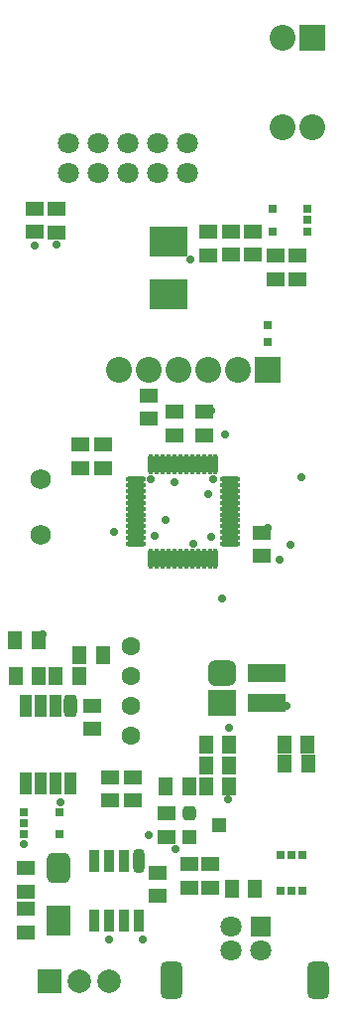
<source format=gts>
G04*
G04 #@! TF.GenerationSoftware,Altium Limited,Altium Designer,19.1.5 (86)*
G04*
G04 Layer_Color=8388736*
%FSLAX44Y44*%
%MOMM*%
G71*
G01*
G75*
%ADD38R,1.5032X1.2032*%
%ADD39R,0.8032X0.8032*%
%ADD40R,3.2032X2.6032*%
%ADD41R,0.7032X0.7032*%
%ADD42R,3.2032X1.6032*%
%ADD43R,1.2032X1.5032*%
%ADD44O,0.4532X1.7532*%
%ADD45O,1.7532X0.4532*%
%ADD46R,1.1032X1.9032*%
G04:AMPARAMS|DCode=47|XSize=1.1032mm|YSize=1.9032mm|CornerRadius=0.3266mm|HoleSize=0mm|Usage=FLASHONLY|Rotation=180.000|XOffset=0mm|YOffset=0mm|HoleType=Round|Shape=RoundedRectangle|*
%AMROUNDEDRECTD47*
21,1,1.1032,1.2500,0,0,180.0*
21,1,0.4500,1.9032,0,0,180.0*
1,1,0.6532,-0.2250,0.6250*
1,1,0.6532,0.2250,0.6250*
1,1,0.6532,0.2250,-0.6250*
1,1,0.6532,-0.2250,-0.6250*
%
%ADD47ROUNDEDRECTD47*%
%ADD48R,2.0032X2.6032*%
G04:AMPARAMS|DCode=49|XSize=2.0032mm|YSize=2.6032mm|CornerRadius=0.5516mm|HoleSize=0mm|Usage=FLASHONLY|Rotation=180.000|XOffset=0mm|YOffset=0mm|HoleType=Round|Shape=RoundedRectangle|*
%AMROUNDEDRECTD49*
21,1,2.0032,1.5000,0,0,180.0*
21,1,0.9000,2.6032,0,0,180.0*
1,1,1.1032,-0.4500,0.7500*
1,1,1.1032,0.4500,0.7500*
1,1,1.1032,0.4500,-0.7500*
1,1,1.1032,-0.4500,-0.7500*
%
%ADD49ROUNDEDRECTD49*%
%ADD50R,0.9332X1.9832*%
G04:AMPARAMS|DCode=51|XSize=0.9332mm|YSize=1.9832mm|CornerRadius=0.2841mm|HoleSize=0mm|Usage=FLASHONLY|Rotation=180.000|XOffset=0mm|YOffset=0mm|HoleType=Round|Shape=RoundedRectangle|*
%AMROUNDEDRECTD51*
21,1,0.9332,1.4150,0,0,180.0*
21,1,0.3650,1.9832,0,0,180.0*
1,1,0.5682,-0.1825,0.7075*
1,1,0.5682,0.1825,0.7075*
1,1,0.5682,0.1825,-0.7075*
1,1,0.5682,-0.1825,-0.7075*
%
%ADD51ROUNDEDRECTD51*%
%ADD52R,1.2032X1.2032*%
G04:AMPARAMS|DCode=53|XSize=1.2032mm|YSize=1.2032mm|CornerRadius=0.3516mm|HoleSize=0mm|Usage=FLASHONLY|Rotation=0.000|XOffset=0mm|YOffset=0mm|HoleType=Round|Shape=RoundedRectangle|*
%AMROUNDEDRECTD53*
21,1,1.2032,0.5000,0,0,0.0*
21,1,0.5000,1.2032,0,0,0.0*
1,1,0.7032,0.2500,-0.2500*
1,1,0.7032,-0.2500,-0.2500*
1,1,0.7032,-0.2500,0.2500*
1,1,0.7032,0.2500,0.2500*
%
%ADD53ROUNDEDRECTD53*%
%ADD54R,0.8032X0.8032*%
G04:AMPARAMS|DCode=55|XSize=2.2032mm|YSize=2.4032mm|CornerRadius=0.6016mm|HoleSize=0mm|Usage=FLASHONLY|Rotation=270.000|XOffset=0mm|YOffset=0mm|HoleType=Round|Shape=RoundedRectangle|*
%AMROUNDEDRECTD55*
21,1,2.2032,1.2000,0,0,270.0*
21,1,1.0000,2.4032,0,0,270.0*
1,1,1.2032,-0.6000,-0.5000*
1,1,1.2032,-0.6000,0.5000*
1,1,1.2032,0.6000,0.5000*
1,1,1.2032,0.6000,-0.5000*
%
%ADD55ROUNDEDRECTD55*%
%ADD56R,2.4032X2.2032*%
%ADD57C,1.8032*%
%ADD58C,2.2032*%
%ADD59R,2.2032X2.2032*%
%ADD60C,1.7272*%
%ADD61C,1.6032*%
%ADD62C,2.0032*%
%ADD63R,2.0032X2.0032*%
%ADD64R,1.8032X1.8032*%
G04:AMPARAMS|DCode=65|XSize=1.9032mm|YSize=3.2032mm|CornerRadius=0.5266mm|HoleSize=0mm|Usage=FLASHONLY|Rotation=0.000|XOffset=0mm|YOffset=0mm|HoleType=Round|Shape=RoundedRectangle|*
%AMROUNDEDRECTD65*
21,1,1.9032,2.1500,0,0,0.0*
21,1,0.8500,3.2032,0,0,0.0*
1,1,1.0532,0.4250,-1.0750*
1,1,1.0532,-0.4250,-1.0750*
1,1,1.0532,-0.4250,1.0750*
1,1,1.0532,0.4250,1.0750*
%
%ADD65ROUNDEDRECTD65*%
%ADD66C,0.7032*%
D38*
X1188720Y895350D02*
D03*
Y875350D02*
D03*
X1169670Y895825D02*
D03*
Y875825D02*
D03*
X1356360Y876300D02*
D03*
Y856300D02*
D03*
X1337275D02*
D03*
Y876300D02*
D03*
X1318260Y875980D02*
D03*
Y855980D02*
D03*
X1375410Y835660D02*
D03*
Y855660D02*
D03*
X1394460Y835660D02*
D03*
Y855660D02*
D03*
X1289050Y702310D02*
D03*
Y722310D02*
D03*
X1314450Y722310D02*
D03*
Y702310D02*
D03*
X1363980Y599760D02*
D03*
Y619760D02*
D03*
X1267460Y736600D02*
D03*
Y716600D02*
D03*
X1209040Y674370D02*
D03*
Y694370D02*
D03*
X1228090Y674370D02*
D03*
Y694370D02*
D03*
X1219200Y472440D02*
D03*
Y452440D02*
D03*
X1253490Y391480D02*
D03*
Y411480D02*
D03*
X1234440D02*
D03*
Y391480D02*
D03*
X1275080Y310200D02*
D03*
Y330200D02*
D03*
X1162050Y314010D02*
D03*
Y334010D02*
D03*
Y279400D02*
D03*
Y299400D02*
D03*
X1282700Y380730D02*
D03*
Y360730D02*
D03*
X1319530Y317230D02*
D03*
Y337230D02*
D03*
X1301750Y317230D02*
D03*
Y337230D02*
D03*
D39*
X1372870Y895300D02*
D03*
Y876300D02*
D03*
X1402870Y885800D02*
D03*
Y876300D02*
D03*
Y895300D02*
D03*
X1160780Y362610D02*
D03*
Y381610D02*
D03*
Y372110D02*
D03*
X1190780Y381610D02*
D03*
Y362610D02*
D03*
D40*
X1283970Y867410D02*
D03*
X1283971Y822409D02*
D03*
D41*
X1369060Y796290D02*
D03*
Y782290D02*
D03*
D42*
X1367790Y474980D02*
D03*
Y500230D02*
D03*
D43*
X1173160Y528320D02*
D03*
X1153160D02*
D03*
X1153480Y497840D02*
D03*
X1173480D02*
D03*
X1207770D02*
D03*
X1187770D02*
D03*
X1227770Y515620D02*
D03*
X1207770D02*
D03*
X1382776Y439420D02*
D03*
X1402776D02*
D03*
X1336040D02*
D03*
X1316040D02*
D03*
X1403030Y422656D02*
D03*
X1383030D02*
D03*
X1316040Y421640D02*
D03*
X1336040D02*
D03*
Y403590D02*
D03*
X1316040D02*
D03*
X1301430D02*
D03*
X1281430D02*
D03*
X1337818Y316548D02*
D03*
X1357818D02*
D03*
D44*
X1269170Y677790D02*
D03*
X1274170D02*
D03*
X1279170D02*
D03*
X1284170D02*
D03*
X1289170D02*
D03*
X1294170D02*
D03*
X1299170D02*
D03*
X1304170D02*
D03*
X1309170D02*
D03*
X1314170D02*
D03*
X1319170D02*
D03*
X1324170D02*
D03*
Y597290D02*
D03*
X1319170Y597290D02*
D03*
X1314170D02*
D03*
X1309170D02*
D03*
X1304170D02*
D03*
X1299170D02*
D03*
X1294170Y597290D02*
D03*
X1289170D02*
D03*
X1284170D02*
D03*
X1279170Y597290D02*
D03*
X1274170D02*
D03*
X1269170D02*
D03*
D45*
X1336920Y665040D02*
D03*
Y660040D02*
D03*
Y655040D02*
D03*
Y650040D02*
D03*
Y645040D02*
D03*
Y640040D02*
D03*
Y635040D02*
D03*
Y630040D02*
D03*
Y625040D02*
D03*
Y620040D02*
D03*
X1336920Y615040D02*
D03*
X1336920Y610040D02*
D03*
X1256420D02*
D03*
X1256420Y615040D02*
D03*
Y620040D02*
D03*
Y625040D02*
D03*
X1256420Y630040D02*
D03*
Y635040D02*
D03*
X1256420Y640040D02*
D03*
Y645040D02*
D03*
Y650040D02*
D03*
Y655040D02*
D03*
Y660040D02*
D03*
X1256420Y665040D02*
D03*
D46*
X1200150Y406400D02*
D03*
X1174750D02*
D03*
Y472440D02*
D03*
X1187450Y406400D02*
D03*
Y472440D02*
D03*
X1162050D02*
D03*
Y406400D02*
D03*
D47*
X1200150Y472440D02*
D03*
D48*
X1189991Y289009D02*
D03*
D49*
X1189990Y334010D02*
D03*
D50*
X1258570Y289560D02*
D03*
X1245870D02*
D03*
X1220470D02*
D03*
X1233170D02*
D03*
Y340360D02*
D03*
X1220470D02*
D03*
X1245870D02*
D03*
D51*
X1258570D02*
D03*
D52*
X1327150Y370570D02*
D03*
X1301650Y360570D02*
D03*
D53*
Y380570D02*
D03*
D54*
X1398528Y344956D02*
D03*
X1379528D02*
D03*
X1389028Y314956D02*
D03*
X1379528D02*
D03*
X1398528D02*
D03*
X1389028Y344956D02*
D03*
D55*
X1329690Y500380D02*
D03*
D56*
Y474380D02*
D03*
D57*
X1300480Y951230D02*
D03*
Y925830D02*
D03*
X1275080Y951230D02*
D03*
Y925830D02*
D03*
X1198880D02*
D03*
Y951230D02*
D03*
X1224280Y925830D02*
D03*
Y951230D02*
D03*
X1249680Y925830D02*
D03*
Y951230D02*
D03*
X1337310Y284210D02*
D03*
X1362710Y263890D02*
D03*
X1337310D02*
D03*
D58*
X1381760Y965200D02*
D03*
X1407160D02*
D03*
X1381760Y1041400D02*
D03*
X1242060Y758190D02*
D03*
X1267460D02*
D03*
X1292860D02*
D03*
X1318260D02*
D03*
X1343660D02*
D03*
D59*
X1407160Y1041400D02*
D03*
X1369060Y758190D02*
D03*
D60*
X1174750Y617480D02*
D03*
Y665480D02*
D03*
D61*
X1252220Y447040D02*
D03*
Y472440D02*
D03*
Y523240D02*
D03*
Y497840D02*
D03*
D62*
X1233170Y237220D02*
D03*
X1207770D02*
D03*
D63*
X1182370D02*
D03*
D64*
X1362710Y284210D02*
D03*
D65*
X1412240Y238490D02*
D03*
X1286510D02*
D03*
D66*
X1384554Y472186D02*
D03*
X1176528Y533400D02*
D03*
X1329690Y563626D02*
D03*
X1302662Y852170D02*
D03*
X1320800Y723900D02*
D03*
X1289050Y662940D02*
D03*
X1269170Y665040D02*
D03*
X1321832Y665040D02*
D03*
X1318260Y652780D02*
D03*
X1281499Y630040D02*
D03*
X1272540Y616990D02*
D03*
X1320800Y615950D02*
D03*
X1304865Y610175D02*
D03*
X1388110Y609600D02*
D03*
X1379220Y596900D02*
D03*
X1188720Y864679D02*
D03*
X1369060Y623570D02*
D03*
X1397858Y666750D02*
D03*
X1332230Y703580D02*
D03*
X1237120Y619900D02*
D03*
X1267460Y361950D02*
D03*
X1336040Y453390D02*
D03*
X1334770Y392430D02*
D03*
X1160780Y354330D02*
D03*
X1290320Y350520D02*
D03*
X1169670Y864075D02*
D03*
X1191578Y389572D02*
D03*
X1262380Y273050D02*
D03*
X1233170D02*
D03*
M02*

</source>
